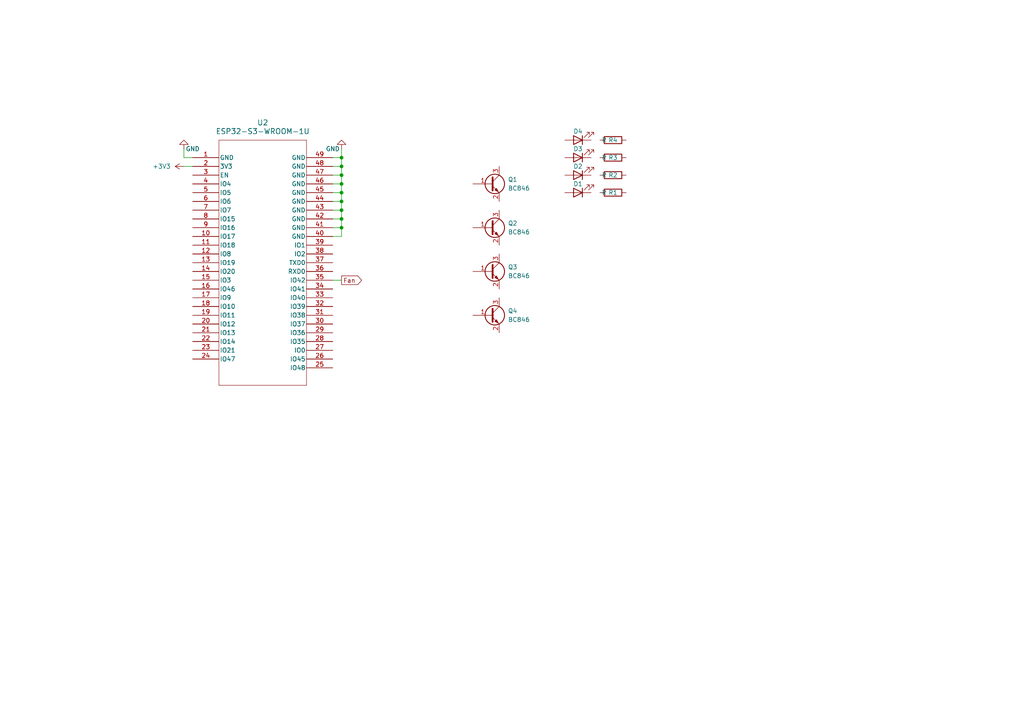
<source format=kicad_sch>
(kicad_sch (version 20230121) (generator eeschema)
  (paper "A4")
  (lib_symbols
    (symbol "Device:R" (pin_numbers hide) (pin_names (offset 0))
      (property "Reference" "R" (at 2.032 0 90))
      (property "Value" "R" (at 0 0 90))
      (symbol "R_0_1"
        (rectangle (start -1.016 -2.54) (end 1.016 2.54) (stroke (width 0.254)))
      )
      (symbol "R_1_1"
        (pin passive line (at 0 3.81 270) (length 1.27) (name "~") (number "1"))
        (pin passive line (at 0 -3.81 90) (length 1.27) (name "~") (number "2"))
      )
    )
    (symbol "ESP32_S3_WROOM_1U:ESP32-S3-WROOM-1U-N16R8" (pin_names (offset 0.254))
      (property "Reference" "U" (at 20.32 10.16 0))
      (property "Value" "ESP32-S3-WROOM-1U-N16R8" (at 20.32 7.62 0))
      (symbol "ESP32-S3-WROOM-1U-N16R8_0_1"
        (polyline (pts (xy 7.62 -66.04) (xy 33.02 -66.04)) (stroke (width 0.127)))
        (polyline (pts (xy 7.62 5.08) (xy 7.62 -66.04)) (stroke (width 0.127)))
        (polyline (pts (xy 33.02 -66.04) (xy 33.02 5.08)) (stroke (width 0.127)))
        (polyline (pts (xy 33.02 5.08) (xy 7.62 5.08)) (stroke (width 0.127)))
        (pin power_out line (at 0 0 0) (length 7.62) (name "GND") (number "1"))
        (pin bidirectional line (at 0 -22.86 0) (length 7.62) (name "IO17") (number "10"))
        (pin bidirectional line (at 0 -25.4 0) (length 7.62) (name "IO18") (number "11"))
        (pin bidirectional line (at 0 -27.94 0) (length 7.62) (name "IO8") (number "12"))
        (pin bidirectional line (at 0 -30.48 0) (length 7.62) (name "IO19") (number "13"))
        (pin bidirectional line (at 0 -33.02 0) (length 7.62) (name "IO20") (number "14"))
        (pin bidirectional line (at 0 -35.56 0) (length 7.62) (name "IO3") (number "15"))
        (pin bidirectional line (at 0 -38.1 0) (length 7.62) (name "IO46") (number "16"))
        (pin bidirectional line (at 0 -40.64 0) (length 7.62) (name "IO9") (number "17"))
        (pin bidirectional line (at 0 -43.18 0) (length 7.62) (name "IO10") (number "18"))
        (pin bidirectional line (at 0 -45.72 0) (length 7.62) (name "IO11") (number "19"))
        (pin power_in line (at 0 -2.54 0) (length 7.62) (name "3V3") (number "2"))
        (pin bidirectional line (at 0 -48.26 0) (length 7.62) (name "IO12") (number "20"))
        (pin bidirectional line (at 0 -50.8 0) (length 7.62) (name "IO13") (number "21"))
        (pin bidirectional line (at 0 -53.34 0) (length 7.62) (name "IO14") (number "22"))
        (pin bidirectional line (at 0 -55.88 0) (length 7.62) (name "IO21") (number "23"))
        (pin bidirectional line (at 0 -58.42 0) (length 7.62) (name "IO47") (number "24"))
        (pin bidirectional line (at 40.64 -60.96 180) (length 7.62) (name "IO48") (number "25"))
        (pin bidirectional line (at 40.64 -58.42 180) (length 7.62) (name "IO45") (number "26"))
        (pin bidirectional line (at 40.64 -55.88 180) (length 7.62) (name "IO0") (number "27"))
        (pin bidirectional line (at 40.64 -53.34 180) (length 7.62) (name "IO35") (number "28"))
        (pin bidirectional line (at 40.64 -50.8 180) (length 7.62) (name "IO36") (number "29"))
        (pin input line (at 0 -5.08 0) (length 7.62) (name "EN") (number "3"))
        (pin bidirectional line (at 40.64 -48.26 180) (length 7.62) (name "IO37") (number "30"))
        (pin bidirectional line (at 40.64 -45.72 180) (length 7.62) (name "IO38") (number "31"))
        (pin bidirectional line (at 40.64 -43.18 180) (length 7.62) (name "IO39") (number "32"))
        (pin bidirectional line (at 40.64 -40.64 180) (length 7.62) (name "IO40") (number "33"))
        (pin bidirectional line (at 40.64 -38.1 180) (length 7.62) (name "IO41") (number "34"))
        (pin bidirectional line (at 40.64 -35.56 180) (length 7.62) (name "IO42") (number "35"))
        (pin bidirectional line (at 40.64 -33.02 180) (length 7.62) (name "RXD0") (number "36"))
        (pin bidirectional line (at 40.64 -30.48 180) (length 7.62) (name "TXD0") (number "37"))
        (pin bidirectional line (at 40.64 -27.94 180) (length 7.62) (name "IO2") (number "38"))
        (pin bidirectional line (at 40.64 -25.4 180) (length 7.62) (name "IO1") (number "39"))
        (pin bidirectional line (at 0 -7.62 0) (length 7.62) (name "IO4") (number "4"))
        (pin power_out line (at 40.64 -22.86 180) (length 7.62) (name "GND") (number "40"))
        (pin power_out line (at 40.64 -20.32 180) (length 7.62) (name "GND") (number "41"))
        (pin power_out line (at 40.64 -17.78 180) (length 7.62) (name "GND") (number "42"))
        (pin power_out line (at 40.64 -15.24 180) (length 7.62) (name "GND") (number "43"))
        (pin power_out line (at 40.64 -12.7 180) (length 7.62) (name "GND") (number "44"))
        (pin power_out line (at 40.64 -10.16 180) (length 7.62) (name "GND") (number "45"))
        (pin power_out line (at 40.64 -7.62 180) (length 7.62) (name "GND") (number "46"))
        (pin power_out line (at 40.64 -5.08 180) (length 7.62) (name "GND") (number "47"))
        (pin power_out line (at 40.64 -2.54 180) (length 7.62) (name "GND") (number "48"))
        (pin power_out line (at 40.64 0 180) (length 7.62) (name "GND") (number "49"))
        (pin bidirectional line (at 0 -10.16 0) (length 7.62) (name "IO5") (number "5"))
        (pin bidirectional line (at 0 -12.7 0) (length 7.62) (name "IO6") (number "6"))
        (pin bidirectional line (at 0 -15.24 0) (length 7.62) (name "IO7") (number "7"))
        (pin bidirectional line (at 0 -17.78 0) (length 7.62) (name "IO15") (number "8"))
        (pin bidirectional line (at 0 -20.32 0) (length 7.62) (name "IO16") (number "9"))
      )
    )
    (symbol "LED:IR26-21C_L110_TR8" (pin_numbers hide) (pin_names (offset 1.016) hide)
      (property "Reference" "D" (at 0 2.54 0))
      (property "Value" "IR26-21C_L110_TR8" (at 0 -3.81 0))
      (symbol "IR26-21C_L110_TR8_0_1"
        (polyline (pts (xy -1.27 -1.27) (xy -1.27 1.27)) (stroke (width 0.254)))
        (polyline (pts (xy -1.27 0) (xy 1.27 0)))
        (polyline (pts (xy 1.27 -1.27) (xy 1.27 1.27) (xy -1.27 0) (xy 1.27 -1.27)) (stroke (width 0.254)))
        (polyline (pts (xy -3.048 -0.762) (xy -4.572 -2.286) (xy -3.81 -2.286) (xy -4.572 -2.286) (xy -4.572 -1.524)))
        (polyline (pts (xy -1.778 -0.762) (xy -3.302 -2.286) (xy -2.54 -2.286) (xy -3.302 -2.286) (xy -3.302 -1.524)))
      )
      (symbol "IR26-21C_L110_TR8_1_1"
        (pin passive line (at -3.81 0 0) (length 2.54) (name "K") (number "1"))
        (pin passive line (at 3.81 0 180) (length 2.54) (name "A") (number "2"))
      )
    )
    (symbol "Transistor_BJT:BC846" (pin_names (offset 0) hide)
      (property "Reference" "Q" (at 5.08 1.905 0))
      (property "Value" "BC846" (at 5.08 0 0))
      (symbol "BC846_0_1"
        (polyline (pts (xy 0.635 0.635) (xy 2.54 2.54)))
        (polyline (pts (xy 0.635 -0.635) (xy 2.54 -2.54) (xy 2.54 -2.54)))
        (polyline (pts (xy 0.635 1.905) (xy 0.635 -1.905) (xy 0.635 -1.905)) (stroke (width 0.508)))
        (polyline (pts (xy 1.27 -1.778) (xy 1.778 -1.27) (xy 2.286 -2.286) (xy 1.27 -1.778) (xy 1.27 -1.778)) (fill (type outline)))
        (circle (center 1.27 0) (radius 2.8194) (stroke (width 0.254)))
      )
      (symbol "BC846_1_1"
        (pin input line (at -5.08 0 0) (length 5.715) (name "B") (number "1"))
        (pin passive line (at 2.54 -5.08 90) (length 2.54) (name "E") (number "2"))
        (pin passive line (at 2.54 5.08 270) (length 2.54) (name "C") (number "3"))
      )
    )
    (symbol "power:+3V3" (power) (pin_names (offset 0))
      (property "Value" "+3V3" (at 0 3.556 0))
      (symbol "+3V3_0_1"
        (polyline (pts (xy -0.762 1.27) (xy 0 2.54)))
        (polyline (pts (xy 0 0) (xy 0 2.54)))
        (polyline (pts (xy 0 2.54) (xy 0.762 1.27)))
      )
      (symbol "+3V3_1_1"
        (pin power_in line (at 0 0 90) (length 0) hide (name "+3V3") (number "1"))
      )
    )
    (symbol "power:GND" (power) (pin_names (offset 0))
      (property "Value" "GND" (at 0 -3.81 0))
      (symbol "GND_0_1"
        (polyline (pts (xy 0 0) (xy 0 -1.27) (xy 1.27 -1.27) (xy 0 -2.54) (xy -1.27 -1.27) (xy 0 -1.27)))
      )
      (symbol "GND_1_1"
        (pin power_in line (at 0 0 270) (length 0) hide (name "GND") (number "1"))
      )
    )
  )
  (junction (at 99.06 63.5))
  (junction (at 99.06 45.72))
  (junction (at 99.06 55.88))
  (junction (at 99.06 50.8))
  (junction (at 99.06 60.96))
  (junction (at 99.06 48.26))
  (junction (at 99.06 58.42))
  (junction (at 99.06 53.34))
  (junction (at 99.06 66.04))
  (wire (pts (xy 99.06 50.8) (xy 99.06 53.34)))
  (wire (pts (xy 99.06 55.88) (xy 99.06 58.42)))
  (wire (pts (xy 99.06 63.5) (xy 99.06 66.04)))
  (wire (pts (xy 96.52 66.04) (xy 99.06 66.04)))
  (wire (pts (xy 99.06 58.42) (xy 99.06 60.96)))
  (wire (pts (xy 99.06 45.72) (xy 99.06 48.26)))
  (wire (pts (xy 96.52 48.26) (xy 99.06 48.26)))
  (wire (pts (xy 96.52 50.8) (xy 99.06 50.8)))
  (wire (pts (xy 53.34 48.26) (xy 55.88 48.26)))
  (wire (pts (xy 99.06 60.96) (xy 99.06 63.5)))
  (wire (pts (xy 96.52 60.96) (xy 99.06 60.96)))
  (wire (pts (xy 99.06 48.26) (xy 99.06 50.8)))
  (wire (pts (xy 99.06 53.34) (xy 99.06 55.88)))
  (wire (pts (xy 96.52 81.28) (xy 99.06 81.28)))
  (wire (pts (xy 96.52 55.88) (xy 99.06 55.88)))
  (wire (pts (xy 99.06 68.58) (xy 96.52 68.58)))
  (wire (pts (xy 53.34 43.18) (xy 53.34 45.72)))
  (wire (pts (xy 96.52 58.42) (xy 99.06 58.42)))
  (wire (pts (xy 53.34 45.72) (xy 55.88 45.72)))
  (wire (pts (xy 99.06 66.04) (xy 99.06 68.58)))
  (wire (pts (xy 96.52 63.5) (xy 99.06 63.5)))
  (wire (pts (xy 99.06 43.18) (xy 99.06 45.72)))
  (wire (pts (xy 96.52 53.34) (xy 99.06 53.34)))
  (wire (pts (xy 96.52 45.72) (xy 99.06 45.72)))
  (global_label "Fan" (shape output) (at 99.06 81.28 0) (property "Intersheetrefs" "${INTERSHEET_REFS}" (effects hide)))
  (symbol (lib_id "Transistor_BJT:BC846") (at 142.24 78.74 0) (unit 1)
    (property "Reference" "Q3" (at 147.32 77.47 0) (effects (justify left)))
    (property "Value" "BC846" (at 147.32 80.01 0) (effects (justify left)))
    (property "Footprint" "Package_TO_SOT_SMD:SOT-23" (effects hide))
    (property "Datasheet" "https://assets.nexperia.com/documents/data-sheet/BC846_SER.pdf" (effects hide))
  )
  (symbol (lib_id "LED:IR26-21C_L110_TR8") (at 167.64 45.72 180) (unit 1)
    (property "Reference" "D3" (at 167.64 43.18 0))
    (property "Value" "IR26-21C_L110_TR8" (effects hide))
    (property "Footprint" "LED_SMD:LED_1206_3216Metric" (effects hide))
    (property "Datasheet" "http://www.everlight.com/file/ProductFile/IR26-21C-L110-TR8.pdf" (effects hide))
  )
  (symbol (lib_id "ESP32_S3_WROOM_1U:ESP32-S3-WROOM-1U-N16R8") (at 55.88 45.72 0) (unit 1)
    (property "Reference" "U2" (at 76.2 35.56 0) (effects (font (size 1.524 1.524))))
    (property "Value" "ESP32-S3-WROOM-1U" (at 76.2 38.1 0) (effects (font (size 1.524 1.524))))
    (property "Datasheet" "ESP32-S3-WROOM-1U-N16R8" (effects hide))
  )
  (symbol (lib_id "Device:R") (at 177.8 55.88 270) (unit 1)
    (property "Reference" "R1" (at 177.8 55.88 90))
    (property "Value" "R" (at 175.26 55.88 90))
  )
  (symbol (lib_id "LED:IR26-21C_L110_TR8") (at 167.64 40.64 180) (unit 1)
    (property "Reference" "D4" (at 167.64 38.1 0))
    (property "Value" "IR26-21C_L110_TR8" (effects hide))
    (property "Footprint" "LED_SMD:LED_1206_3216Metric" (effects hide))
    (property "Datasheet" "http://www.everlight.com/file/ProductFile/IR26-21C-L110-TR8.pdf" (effects hide))
  )
  (symbol (lib_id "Device:R") (at 177.8 50.8 270) (unit 1)
    (property "Reference" "R2" (at 177.8 50.8 90))
    (property "Value" "R" (at 175.26 50.8 90))
  )
  (symbol (lib_id "power:+3V3") (at 53.34 48.26 90) (unit 1)
    (property "Reference" "#PWR03" (effects hide))
    (property "Value" "+3V3" (at 49.53 48.26 90) (effects (justify left)))
  )
  (symbol (lib_id "power:GND") (at 53.34 43.18 180) (unit 1)
    (property "Reference" "#PWR02" (effects hide))
    (property "Value" "GND" (at 55.88 43.18 0))
  )
  (symbol (lib_id "Transistor_BJT:BC846") (at 142.24 91.44 0) (unit 1)
    (property "Reference" "Q4" (at 147.32 90.17 0) (effects (justify left)))
    (property "Value" "BC846" (at 147.32 92.71 0) (effects (justify left)))
    (property "Footprint" "Package_TO_SOT_SMD:SOT-23" (effects hide))
    (property "Datasheet" "https://assets.nexperia.com/documents/data-sheet/BC846_SER.pdf" (effects hide))
  )
  (symbol (lib_id "Device:R") (at 177.8 45.72 270) (unit 1)
    (property "Reference" "R3" (at 177.8 45.72 90))
    (property "Value" "R" (at 175.26 45.72 90))
  )
  (symbol (lib_id "Device:R") (at 177.8 40.64 270) (unit 1)
    (property "Reference" "R4" (at 177.8 40.64 90))
    (property "Value" "R" (at 175.26 40.64 90))
  )
  (symbol (lib_id "LED:IR26-21C_L110_TR8") (at 167.64 50.8 180) (unit 1)
    (property "Reference" "D2" (at 167.64 48.26 0))
    (property "Value" "IR26-21C_L110_TR8" (effects hide))
    (property "Footprint" "LED_SMD:LED_1206_3216Metric" (effects hide))
    (property "Datasheet" "http://www.everlight.com/file/ProductFile/IR26-21C-L110-TR8.pdf" (effects hide))
  )
  (symbol (lib_id "Transistor_BJT:BC846") (at 142.24 66.04 0) (unit 1)
    (property "Reference" "Q2" (at 147.32 64.77 0) (effects (justify left)))
    (property "Value" "BC846" (at 147.32 67.31 0) (effects (justify left)))
    (property "Footprint" "Package_TO_SOT_SMD:SOT-23" (effects hide))
    (property "Datasheet" "https://assets.nexperia.com/documents/data-sheet/BC846_SER.pdf" (effects hide))
  )
  (symbol (lib_id "LED:IR26-21C_L110_TR8") (at 167.64 55.88 180) (unit 1)
    (property "Reference" "D1" (at 167.64 53.34 0))
    (property "Value" "IR26-21C_L110_TR8" (effects hide))
    (property "Footprint" "LED_SMD:LED_1206_3216Metric" (effects hide))
    (property "Datasheet" "http://www.everlight.com/file/ProductFile/IR26-21C-L110-TR8.pdf" (effects hide))
  )
  (symbol (lib_id "Transistor_BJT:BC846") (at 142.24 53.34 0) (unit 1)
    (property "Reference" "Q1" (at 147.32 52.07 0) (effects (justify left)))
    (property "Value" "BC846" (at 147.32 54.61 0) (effects (justify left)))
    (property "Footprint" "Package_TO_SOT_SMD:SOT-23" (effects hide))
    (property "Datasheet" "https://assets.nexperia.com/documents/data-sheet/BC846_SER.pdf" (effects hide))
  )
  (symbol (lib_id "power:GND") (at 99.06 43.18 180) (unit 1)
    (property "Reference" "#PWR01" (effects hide))
    (property "Value" "GND" (at 96.52 43.18 0))
  )
)
</source>
